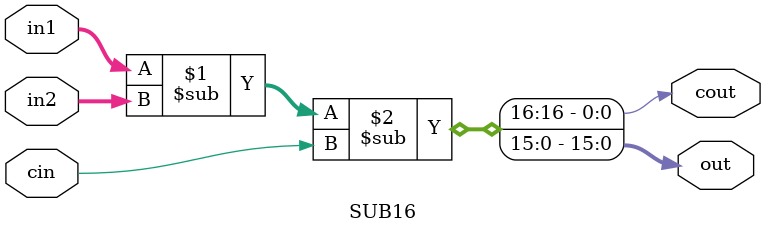
<source format=v>
module SUB16 #(parameter SIZE = 16)(input [SIZE-1:0] in1, in2, 
    input cin, output [SIZE-1:0] out, output cout);

assign {cout, out} = in1 - in2 - cin;

endmodule
</source>
